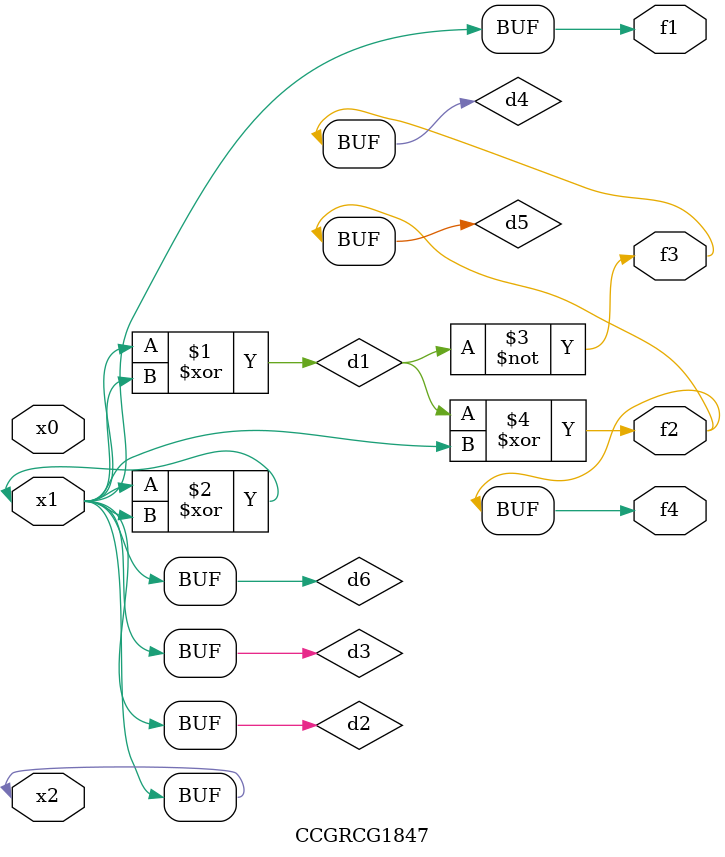
<source format=v>
module CCGRCG1847(
	input x0, x1, x2,
	output f1, f2, f3, f4
);

	wire d1, d2, d3, d4, d5, d6;

	xor (d1, x1, x2);
	buf (d2, x1, x2);
	xor (d3, x1, x2);
	nor (d4, d1);
	xor (d5, d1, d2);
	buf (d6, d2, d3);
	assign f1 = d6;
	assign f2 = d5;
	assign f3 = d4;
	assign f4 = d5;
endmodule

</source>
